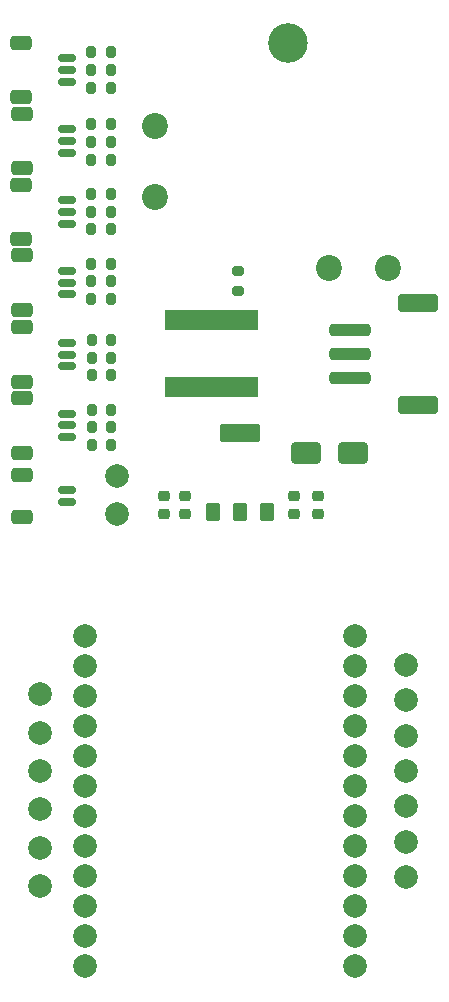
<source format=gbr>
%TF.GenerationSoftware,KiCad,Pcbnew,9.0.4*%
%TF.CreationDate,2025-08-31T21:44:59-07:00*%
%TF.ProjectId,motion-play-v4,6d6f7469-6f6e-42d7-906c-61792d76342e,rev?*%
%TF.SameCoordinates,Original*%
%TF.FileFunction,Soldermask,Top*%
%TF.FilePolarity,Negative*%
%FSLAX46Y46*%
G04 Gerber Fmt 4.6, Leading zero omitted, Abs format (unit mm)*
G04 Created by KiCad (PCBNEW 9.0.4) date 2025-08-31 21:44:59*
%MOMM*%
%LPD*%
G01*
G04 APERTURE LIST*
G04 Aperture macros list*
%AMRoundRect*
0 Rectangle with rounded corners*
0 $1 Rounding radius*
0 $2 $3 $4 $5 $6 $7 $8 $9 X,Y pos of 4 corners*
0 Add a 4 corners polygon primitive as box body*
4,1,4,$2,$3,$4,$5,$6,$7,$8,$9,$2,$3,0*
0 Add four circle primitives for the rounded corners*
1,1,$1+$1,$2,$3*
1,1,$1+$1,$4,$5*
1,1,$1+$1,$6,$7*
1,1,$1+$1,$8,$9*
0 Add four rect primitives between the rounded corners*
20,1,$1+$1,$2,$3,$4,$5,0*
20,1,$1+$1,$4,$5,$6,$7,0*
20,1,$1+$1,$6,$7,$8,$9,0*
20,1,$1+$1,$8,$9,$2,$3,0*%
G04 Aperture macros list end*
%ADD10RoundRect,0.150000X-0.625000X0.150000X-0.625000X-0.150000X0.625000X-0.150000X0.625000X0.150000X0*%
%ADD11RoundRect,0.250000X-0.650000X0.350000X-0.650000X-0.350000X0.650000X-0.350000X0.650000X0.350000X0*%
%ADD12RoundRect,0.200000X-0.200000X-0.275000X0.200000X-0.275000X0.200000X0.275000X-0.200000X0.275000X0*%
%ADD13C,2.000000*%
%ADD14RoundRect,0.225000X0.250000X-0.225000X0.250000X0.225000X-0.250000X0.225000X-0.250000X-0.225000X0*%
%ADD15RoundRect,0.200000X0.200000X0.275000X-0.200000X0.275000X-0.200000X-0.275000X0.200000X-0.275000X0*%
%ADD16RoundRect,0.250000X1.000000X0.650000X-1.000000X0.650000X-1.000000X-0.650000X1.000000X-0.650000X0*%
%ADD17RoundRect,0.085050X0.481950X-0.671950X0.481950X0.671950X-0.481950X0.671950X-0.481950X-0.671950X0*%
%ADD18RoundRect,0.113550X1.608450X-0.643450X1.608450X0.643450X-1.608450X0.643450X-1.608450X-0.643450X0*%
%ADD19RoundRect,0.200000X0.275000X-0.200000X0.275000X0.200000X-0.275000X0.200000X-0.275000X-0.200000X0*%
%ADD20C,3.351600*%
%ADD21C,2.200000*%
%ADD22RoundRect,0.076750X-0.230250X0.810250X-0.230250X-0.810250X0.230250X-0.810250X0.230250X0.810250X0*%
%ADD23RoundRect,0.250000X1.500000X-0.250000X1.500000X0.250000X-1.500000X0.250000X-1.500000X-0.250000X0*%
%ADD24RoundRect,0.250001X1.449999X-0.499999X1.449999X0.499999X-1.449999X0.499999X-1.449999X-0.499999X0*%
G04 APERTURE END LIST*
D10*
%TO.C,J10*%
X140312500Y-99700000D03*
X140312500Y-100700000D03*
D11*
X136437500Y-98400000D03*
X136437500Y-102000000D03*
%TD*%
D12*
%TO.C,R17*%
X142350000Y-82050000D03*
X144000000Y-82050000D03*
%TD*%
%TO.C,R11*%
X142325000Y-64150000D03*
X143975000Y-64150000D03*
%TD*%
%TO.C,R15*%
X142350000Y-76150000D03*
X144000000Y-76150000D03*
%TD*%
D13*
%TO.C,SDA*%
X144500000Y-101750000D03*
%TD*%
D14*
%TO.C,C2*%
X148497500Y-101775000D03*
X148497500Y-100225000D03*
%TD*%
D10*
%TO.C,J4*%
X140287500Y-63150000D03*
X140287500Y-64150000D03*
X140287500Y-65150000D03*
D11*
X136412500Y-61850000D03*
X136412500Y-66450000D03*
%TD*%
D12*
%TO.C,R19*%
X142375000Y-88500000D03*
X144025000Y-88500000D03*
%TD*%
D15*
%TO.C,R3*%
X143975000Y-65650000D03*
X142325000Y-65650000D03*
%TD*%
D12*
%TO.C,R12*%
X142350000Y-68750000D03*
X144000000Y-68750000D03*
%TD*%
D13*
%TO.C,2*%
X169000000Y-117500000D03*
%TD*%
%TO.C,17*%
X138000000Y-126750000D03*
%TD*%
D12*
%TO.C,R16*%
X142350000Y-80550000D03*
X144000000Y-80550000D03*
%TD*%
D14*
%TO.C,C1*%
X159497500Y-101775000D03*
X159497500Y-100225000D03*
%TD*%
D13*
%TO.C,12*%
X169000000Y-129500000D03*
%TD*%
D15*
%TO.C,R7*%
X144000000Y-83550000D03*
X142350000Y-83550000D03*
%TD*%
D13*
%TO.C,U2*%
X164700000Y-112100000D03*
X164700000Y-114640000D03*
X164700000Y-117180000D03*
X164700000Y-119720000D03*
X164700000Y-122260000D03*
X164700000Y-124800000D03*
X164700000Y-127340000D03*
X164700000Y-129880000D03*
X164700000Y-132420000D03*
X164700000Y-134960000D03*
X164700000Y-137500000D03*
X164700000Y-140040000D03*
X141838136Y-112100000D03*
X141838136Y-114640000D03*
X141838136Y-117180000D03*
X141838136Y-119720000D03*
X141838136Y-122260000D03*
X141838136Y-124800000D03*
X141838136Y-127340000D03*
X141838136Y-129880000D03*
X141838136Y-132420000D03*
X141838136Y-134960000D03*
X141838136Y-137500000D03*
X141838136Y-140040000D03*
%TD*%
D10*
%TO.C,J6*%
X140287500Y-75150000D03*
X140287500Y-76150000D03*
X140287500Y-77150000D03*
D11*
X136412500Y-73850000D03*
X136412500Y-78450000D03*
%TD*%
D12*
%TO.C,R21*%
X142375000Y-94400000D03*
X144025000Y-94400000D03*
%TD*%
D15*
%TO.C,R4*%
X144000000Y-71750000D03*
X142350000Y-71750000D03*
%TD*%
%TO.C,R5*%
X144000000Y-77650000D03*
X142350000Y-77650000D03*
%TD*%
D13*
%TO.C,1*%
X169000000Y-114500000D03*
%TD*%
D16*
%TO.C,D1*%
X164497500Y-96600000D03*
X160497500Y-96600000D03*
%TD*%
D10*
%TO.C,J5*%
X140312500Y-69150000D03*
X140312500Y-70150000D03*
X140312500Y-71150000D03*
D11*
X136437500Y-67850000D03*
X136437500Y-72450000D03*
%TD*%
D13*
%TO.C,13*%
X169000000Y-132500000D03*
%TD*%
D12*
%TO.C,R14*%
X142350000Y-74650000D03*
X144000000Y-74650000D03*
%TD*%
%TO.C,R18*%
X142375000Y-87000000D03*
X144025000Y-87000000D03*
%TD*%
D13*
%TO.C,3*%
X169000000Y-120500000D03*
%TD*%
%TO.C,16*%
X138000000Y-133250000D03*
%TD*%
D12*
%TO.C,R13*%
X142350000Y-70250000D03*
X144000000Y-70250000D03*
%TD*%
D13*
%TO.C,21*%
X138000000Y-130000000D03*
%TD*%
%TO.C,10*%
X169000000Y-123500000D03*
%TD*%
D17*
%TO.C,U4*%
X152607500Y-101582500D03*
X154897500Y-101582500D03*
X157187500Y-101582500D03*
D18*
X154897500Y-94892500D03*
%TD*%
D19*
%TO.C,R6*%
X154800000Y-82825000D03*
X154800000Y-81175000D03*
%TD*%
D20*
%TO.C,J2*%
X158997500Y-61887500D03*
D21*
X167497500Y-80887500D03*
X162497500Y-80887500D03*
X147747500Y-74887500D03*
X147747500Y-68887500D03*
%TD*%
D13*
%TO.C,43*%
X138000000Y-117000000D03*
%TD*%
%TO.C,44*%
X138000000Y-120250000D03*
%TD*%
D10*
%TO.C,J8*%
X140312500Y-87250000D03*
X140312500Y-88250000D03*
X140312500Y-89250000D03*
D11*
X136437500Y-85950000D03*
X136437500Y-90550000D03*
%TD*%
D10*
%TO.C,J9*%
X140312500Y-93250000D03*
X140312500Y-94250000D03*
X140312500Y-95250000D03*
D11*
X136437500Y-91950000D03*
X136437500Y-96550000D03*
%TD*%
D22*
%TO.C,U3*%
X156075000Y-85285000D03*
X155425000Y-85285000D03*
X154775000Y-85285000D03*
X154125000Y-85285000D03*
X153475000Y-85285000D03*
X152825000Y-85285000D03*
X152175000Y-85285000D03*
X151525000Y-85285000D03*
X150875000Y-85285000D03*
X150225000Y-85285000D03*
X149575000Y-85285000D03*
X148925000Y-85285000D03*
X148925000Y-91025000D03*
X149575000Y-91025000D03*
X150225000Y-91025000D03*
X150875000Y-91025000D03*
X151525000Y-91025000D03*
X152175000Y-91025000D03*
X152825000Y-91025000D03*
X153475000Y-91025000D03*
X154125000Y-91025000D03*
X154775000Y-91025000D03*
X155425000Y-91025000D03*
X156075000Y-91025000D03*
%TD*%
D13*
%TO.C,11*%
X169000000Y-126500000D03*
%TD*%
D12*
%TO.C,R20*%
X142375000Y-92900000D03*
X144025000Y-92900000D03*
%TD*%
%TO.C,R10*%
X142325000Y-62650000D03*
X143975000Y-62650000D03*
%TD*%
D14*
%TO.C,C3*%
X161497500Y-101775000D03*
X161497500Y-100225000D03*
%TD*%
D15*
%TO.C,R8*%
X144025000Y-90000000D03*
X142375000Y-90000000D03*
%TD*%
D23*
%TO.C,J3*%
X164247500Y-90200000D03*
X164247500Y-88200000D03*
X164247500Y-86200000D03*
D24*
X169997500Y-92550000D03*
X169997500Y-83850000D03*
%TD*%
D10*
%TO.C,J7*%
X140312500Y-81150000D03*
X140312500Y-82150000D03*
X140312500Y-83150000D03*
D11*
X136437500Y-79850000D03*
X136437500Y-84450000D03*
%TD*%
D13*
%TO.C,18*%
X138000000Y-123500000D03*
%TD*%
%TO.C,SCL*%
X144500000Y-98500000D03*
%TD*%
D14*
%TO.C,C4*%
X150297500Y-101775000D03*
X150297500Y-100225000D03*
%TD*%
D15*
%TO.C,R9*%
X144025000Y-95900000D03*
X142375000Y-95900000D03*
%TD*%
M02*

</source>
